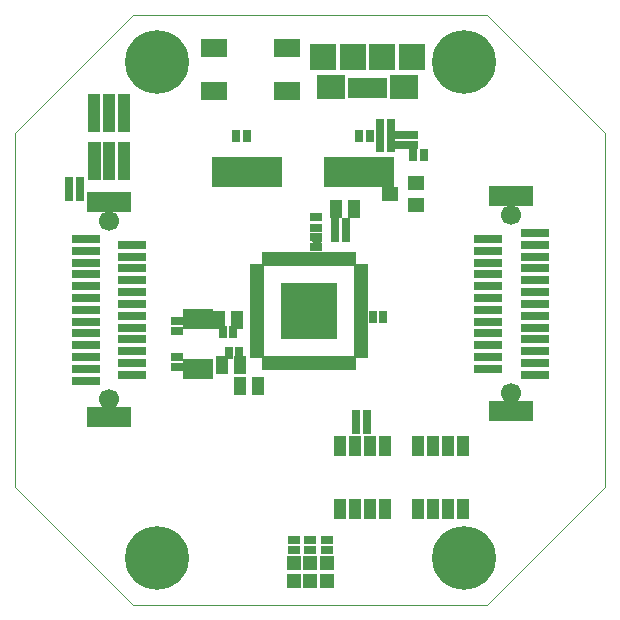
<source format=gts>
G04 (created by PCBNEW (2013-09-06 BZR 4312)-stable) date L 14 sept  2013 17:28:59 EEST*
%MOIN*%
G04 Gerber Fmt 3.4, Leading zero omitted, Abs format*
%FSLAX34Y34*%
G01*
G70*
G90*
G04 APERTURE LIST*
%ADD10C,0.000787*%
%ADD11C,0.001000*%
%ADD12R,0.097638X0.031496*%
%ADD13C,0.066929*%
%ADD14R,0.149606X0.066929*%
%ADD15R,0.050318X0.024409*%
%ADD16R,0.024409X0.050318*%
%ADD17R,0.187008X0.187008*%
%ADD18R,0.031448X0.039348*%
%ADD19R,0.040748X0.060748*%
%ADD20R,0.039348X0.031448*%
%ADD21R,0.055148X0.047248*%
%ADD22R,0.047148X0.047148*%
%ADD23R,0.044882X0.125591*%
%ADD24R,0.086614X0.059055*%
%ADD25R,0.090448X0.090448*%
%ADD26R,0.090548X0.090448*%
%ADD27R,0.086448X0.090448*%
%ADD28R,0.098248X0.078648*%
%ADD29R,0.031448X0.068748*%
%ADD30R,0.039348X0.070848*%
%ADD31R,0.102362X0.066929*%
%ADD32R,0.236220X0.098425*%
%ADD33C,0.212598*%
%ADD34C,0.009000*%
G04 APERTURE END LIST*
G54D10*
G54D11*
X55118Y-55118D02*
X43307Y-55118D01*
X59055Y-51181D02*
X55118Y-55118D01*
X59055Y-39370D02*
X59055Y-51181D01*
X55118Y-35433D02*
X59055Y-39370D01*
X43307Y-35433D02*
X55118Y-35433D01*
X39370Y-39370D02*
X43307Y-35433D01*
X39370Y-51181D02*
X39370Y-39370D01*
X43307Y-55118D02*
X39370Y-51181D01*
G54D12*
X41732Y-42913D03*
X41732Y-43307D03*
X41732Y-43700D03*
X41732Y-44094D03*
X41732Y-44488D03*
X41732Y-44881D03*
X41732Y-45275D03*
X41732Y-45669D03*
X41732Y-46062D03*
X41732Y-46456D03*
X41732Y-46850D03*
X41732Y-47244D03*
X41732Y-47637D03*
X43275Y-47440D03*
X43275Y-47047D03*
X43275Y-46653D03*
X43275Y-46259D03*
X43275Y-45866D03*
X43275Y-45472D03*
X43275Y-45078D03*
X43275Y-44685D03*
X43275Y-44291D03*
X43275Y-43897D03*
X43275Y-43503D03*
X43275Y-43110D03*
G54D13*
X42503Y-42303D03*
X42503Y-48248D03*
G54D14*
X42503Y-41692D03*
X42503Y-48858D03*
G54D13*
X42503Y-48248D03*
X42503Y-42303D03*
G54D14*
X42503Y-48858D03*
X42503Y-41692D03*
G54D12*
X56692Y-47440D03*
X56692Y-47047D03*
X56692Y-46653D03*
X56692Y-46259D03*
X56692Y-45866D03*
X56692Y-45472D03*
X56692Y-45078D03*
X56692Y-44685D03*
X56692Y-44291D03*
X56692Y-43897D03*
X56692Y-43503D03*
X56692Y-43110D03*
X56692Y-42716D03*
X55149Y-42913D03*
X55149Y-43307D03*
X55149Y-43700D03*
X55149Y-44094D03*
X55149Y-44488D03*
X55149Y-44881D03*
X55149Y-45275D03*
X55149Y-45669D03*
X55149Y-46062D03*
X55149Y-46456D03*
X55149Y-46850D03*
X55149Y-47244D03*
G54D13*
X55921Y-48051D03*
X55921Y-42106D03*
G54D14*
X55921Y-48661D03*
X55921Y-41496D03*
G54D13*
X55921Y-42106D03*
X55921Y-48051D03*
G54D14*
X55921Y-41496D03*
X55921Y-48661D03*
G54D15*
X47423Y-43841D03*
X47423Y-44038D03*
X47423Y-44235D03*
X47423Y-44432D03*
X47423Y-44629D03*
X47423Y-44825D03*
X47423Y-45022D03*
X47423Y-45219D03*
X47423Y-45416D03*
X47423Y-45613D03*
X47423Y-45810D03*
X47423Y-46007D03*
X47423Y-46203D03*
X47423Y-46400D03*
X47423Y-46597D03*
X47423Y-46794D03*
G54D16*
X47693Y-47064D03*
X47890Y-47064D03*
X48087Y-47064D03*
X48284Y-47064D03*
X48481Y-47064D03*
X48677Y-47064D03*
X48874Y-47064D03*
X49071Y-47064D03*
X49268Y-47064D03*
X49465Y-47064D03*
X49662Y-47064D03*
X49859Y-47064D03*
X50055Y-47064D03*
X50252Y-47064D03*
X50449Y-47064D03*
X50646Y-47064D03*
G54D15*
X50916Y-46794D03*
X50916Y-46597D03*
X50916Y-46400D03*
X50916Y-46203D03*
X50916Y-46007D03*
X50916Y-45810D03*
X50916Y-45613D03*
X50916Y-45416D03*
X50916Y-45219D03*
X50916Y-45022D03*
X50916Y-44825D03*
X50916Y-44629D03*
X50916Y-44432D03*
X50916Y-44235D03*
X50916Y-44038D03*
X50916Y-43841D03*
G54D16*
X50646Y-43571D03*
X50449Y-43571D03*
X50252Y-43571D03*
X50055Y-43571D03*
X49859Y-43571D03*
X49662Y-43571D03*
X49465Y-43571D03*
X49268Y-43571D03*
X49071Y-43571D03*
X48874Y-43571D03*
X48677Y-43571D03*
X48481Y-43571D03*
X48284Y-43571D03*
X48087Y-43571D03*
X47890Y-43571D03*
X47693Y-43571D03*
G54D17*
X49170Y-45318D03*
G54D18*
X41527Y-41050D03*
X41173Y-41050D03*
G54D19*
X46170Y-45618D03*
X46770Y-45618D03*
G54D18*
X46293Y-46018D03*
X46647Y-46018D03*
G54D19*
X46870Y-47118D03*
X46270Y-47118D03*
G54D18*
X46847Y-46718D03*
X46493Y-46718D03*
G54D19*
X46870Y-47818D03*
X47470Y-47818D03*
G54D20*
X49420Y-42841D03*
X49420Y-43195D03*
G54D19*
X50070Y-41918D03*
X50670Y-41918D03*
G54D18*
X50043Y-42818D03*
X50397Y-42818D03*
X50043Y-42418D03*
X50397Y-42418D03*
X41173Y-41450D03*
X41527Y-41450D03*
G54D20*
X44770Y-45995D03*
X44770Y-45641D03*
X44770Y-46841D03*
X44770Y-47195D03*
G54D18*
X51897Y-39818D03*
X51543Y-39818D03*
X52643Y-40118D03*
X52997Y-40118D03*
X51197Y-39468D03*
X50843Y-39468D03*
X46743Y-39468D03*
X47097Y-39468D03*
X51293Y-45518D03*
X51647Y-45518D03*
G54D21*
X51887Y-41418D03*
X52753Y-41043D03*
X52753Y-41793D03*
G54D22*
X48670Y-53723D03*
X48670Y-54313D03*
X49212Y-53720D03*
X49212Y-54310D03*
X49770Y-53723D03*
X49770Y-54313D03*
G54D10*
G36*
X41795Y-40947D02*
X41795Y-39691D01*
X42244Y-39691D01*
X42244Y-40947D01*
X41795Y-40947D01*
X41795Y-40947D01*
G37*
G54D23*
X42020Y-38716D03*
X42520Y-40319D03*
X42520Y-38716D03*
X43020Y-40319D03*
X43020Y-38716D03*
G54D20*
X52620Y-39441D03*
X52620Y-39795D03*
X52220Y-39441D03*
X52220Y-39795D03*
X49420Y-42545D03*
X49420Y-42191D03*
G54D18*
X51897Y-39468D03*
X51543Y-39468D03*
X51543Y-39118D03*
X51897Y-39118D03*
G54D20*
X48670Y-52941D03*
X48670Y-53295D03*
X49212Y-52941D03*
X49212Y-53295D03*
X49770Y-52941D03*
X49770Y-53295D03*
G54D24*
X48440Y-37996D03*
X45999Y-37996D03*
X48440Y-36539D03*
X45999Y-36539D03*
G54D25*
X51592Y-36838D03*
G54D26*
X50648Y-36838D03*
G54D27*
X49624Y-36838D03*
G54D28*
X52340Y-37842D03*
G54D29*
X51631Y-37892D03*
X51375Y-37892D03*
X51120Y-37892D03*
X50865Y-37892D03*
X50609Y-37892D03*
G54D28*
X49900Y-37842D03*
G54D27*
X52616Y-36838D03*
G54D30*
X50220Y-49818D03*
X50220Y-51918D03*
X50720Y-49818D03*
X51220Y-49818D03*
X51720Y-49818D03*
X50720Y-51918D03*
X51220Y-51918D03*
X51720Y-51918D03*
X52820Y-49818D03*
X52820Y-51918D03*
X53320Y-49818D03*
X53820Y-49818D03*
X54320Y-49818D03*
X53320Y-51918D03*
X53820Y-51918D03*
X54320Y-51918D03*
G54D31*
X45470Y-47244D03*
X45470Y-45591D03*
G54D32*
X47100Y-40668D03*
X50840Y-40668D03*
G54D18*
X50743Y-48818D03*
X51097Y-48818D03*
X50743Y-49218D03*
X51097Y-49218D03*
G54D33*
X44094Y-37007D03*
X54330Y-37007D03*
X54330Y-53543D03*
X44094Y-53543D03*
G54D10*
G36*
X49525Y-42973D02*
X49315Y-42973D01*
X49315Y-42813D01*
X49525Y-42813D01*
X49525Y-42973D01*
X49525Y-42973D01*
G37*
G54D34*
X49525Y-42973D02*
X49315Y-42973D01*
X49315Y-42813D01*
X49525Y-42813D01*
X49525Y-42973D01*
M02*

</source>
